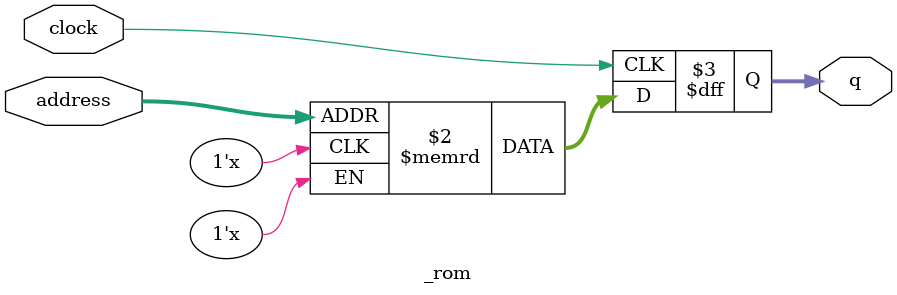
<source format=sv>
module _rom (
	input logic clock,
	input logic [13:0] address,
	output logic [3:0] q
);

logic [3:0] memory [0:16383] /* synthesis ram_init_file = ".//.mif" */;

always_ff @ (posedge clock) begin
	q <= memory[address];
end

endmodule

</source>
